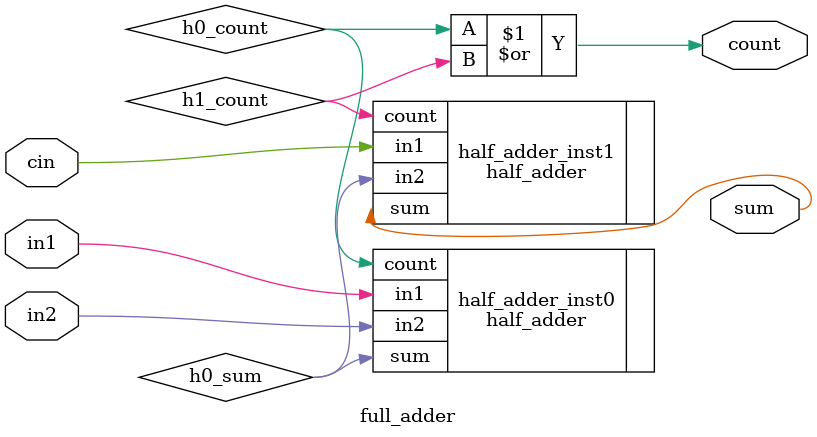
<source format=v>
/*
Author    				: 	Junhan Lv
Email Address         	:    1322069095@qq.com
Filename             	:    code.v
Data                 	:    2023-11-6
Description           	:    full_adder maked by half_adder.
Modification History    	:
Data            Author       Version         Change Description
=======================================================
23/11/6        Junhan Lv    1.0              Original
*/

`include "src/half_adder.v"

module full_adder (
    input  wire in1,
    input  wire in2,
    input  wire cin,

    output wire sum,
    output wire count
);

wire h0_sum;
wire h0_count;
wire h1_count;

half_adder half_adder_inst0
(
    .in1(in1),
    .in2(in2),

    .sum(h0_sum),
    .count(h0_count)
);

half_adder half_adder_inst1
(
    .in1(cin),
    .in2(h0_sum),

    .sum(sum),
    .count(h1_count)
);

assign count = (h0_count|h1_count);

    
endmodule

</source>
